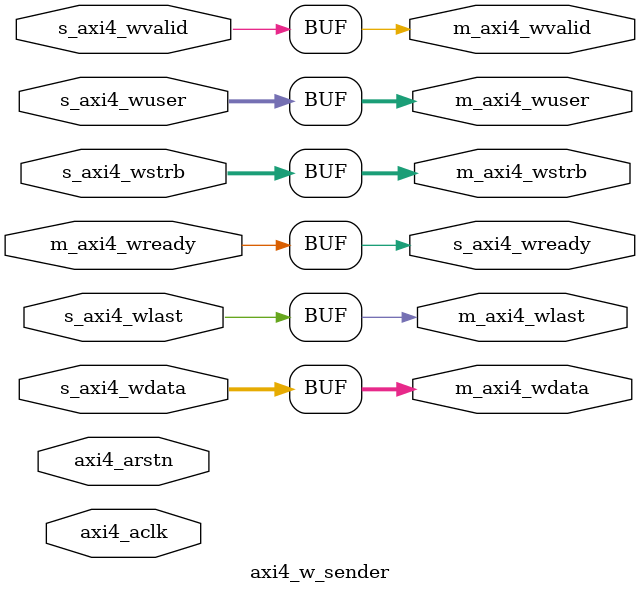
<source format=sv>

module axi4_w_sender
  #(
    parameter AXI_DATA_WIDTH = 32,
    parameter AXI_USER_WIDTH = 2
  )
  (
    input                         axi4_aclk,
    input                         axi4_arstn,

    input    [AXI_DATA_WIDTH-1:0] s_axi4_wdata,
    input                         s_axi4_wvalid,
    output                        s_axi4_wready,
    input  [AXI_DATA_WIDTH/8-1:0] s_axi4_wstrb,
    input                         s_axi4_wlast,
    input    [AXI_USER_WIDTH-1:0] s_axi4_wuser,

    output   [AXI_DATA_WIDTH-1:0] m_axi4_wdata,
    output                        m_axi4_wvalid,
    input                         m_axi4_wready,
    output [AXI_DATA_WIDTH/8-1:0] m_axi4_wstrb,
    output                        m_axi4_wlast,
    output   [AXI_USER_WIDTH-1:0] m_axi4_wuser
  );

  assign m_axi4_wdata  = s_axi4_wdata;
  assign m_axi4_wstrb  = s_axi4_wstrb;
  assign m_axi4_wlast  = s_axi4_wlast;
  assign m_axi4_wuser  = s_axi4_wuser;

  assign m_axi4_wvalid = s_axi4_wvalid;
  assign s_axi4_wready = m_axi4_wready;

endmodule

</source>
